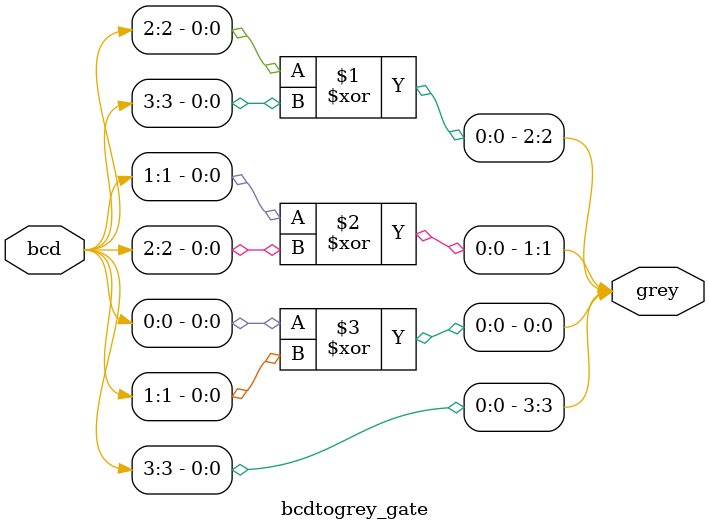
<source format=v>
module bcdtogrey_gate(input [3:0] bcd,output [3:0] grey);
    buf(grey[3],bcd[3]);
    xor(grey[2],bcd[2],bcd[3]);
    xor(grey[1],bcd[1],bcd[2]);
    xor(grey[0],bcd[0],bcd[1]);
endmodule
</source>
